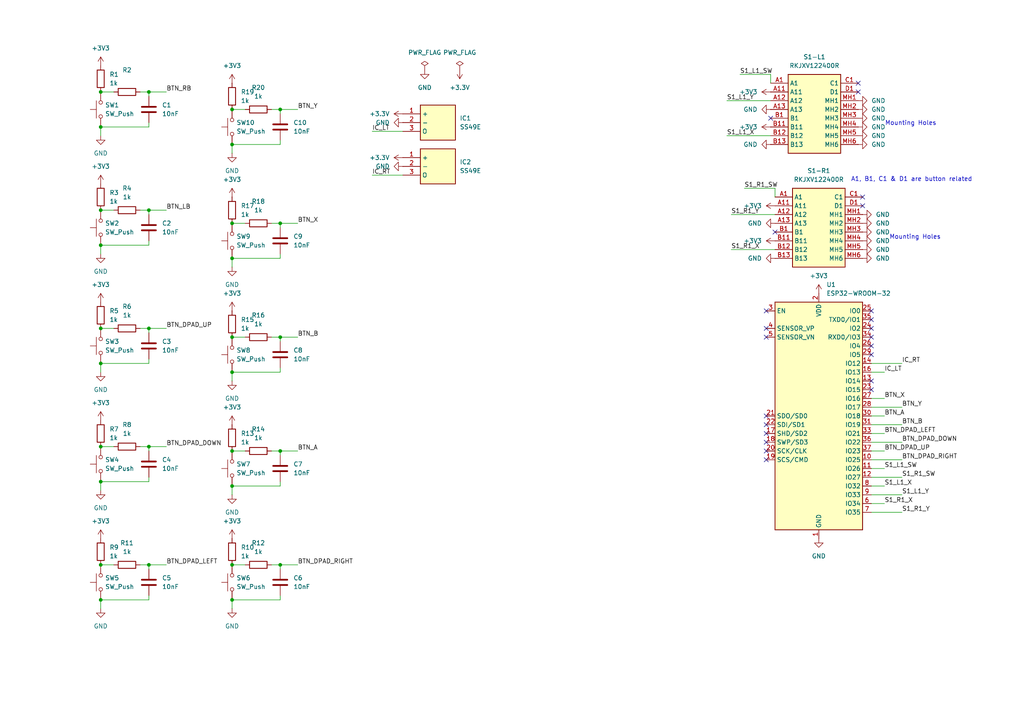
<source format=kicad_sch>
(kicad_sch (version 20231120) (generator "eeschema") (generator_version "8.0")
  (paper "A4")
  (title_block (title "ESP32 Controller Project") (rev "1") (company "Nathan Thus"))
  (lib_symbols
    (symbol "Device:C" (pin_numbers hide) (pin_names (offset 0.254))
      (property "Reference" "C" (at 0.635 2.54 0))
      (property "Value" "C" (at 0.635 -2.54 0))
      (symbol "C_0_1"
        (polyline (pts (xy -2.032 -0.762) (xy 2.032 -0.762)) (stroke (width 0.508)))
        (polyline (pts (xy -2.032 0.762) (xy 2.032 0.762)) (stroke (width 0.508)))
      )
      (symbol "C_1_1"
        (pin passive line (at 0 3.81 270) (length 2.794) (name "~") (number "1"))
        (pin passive line (at 0 -3.81 90) (length 2.794) (name "~") (number "2"))
      )
    )
    (symbol "Device:R" (pin_numbers hide) (pin_names (offset 0))
      (property "Reference" "R" (at 2.032 0 90))
      (property "Value" "R" (at 0 0 90))
      (symbol "R_0_1"
        (rectangle (start -1.016 -2.54) (end 1.016 2.54) (stroke (width 0.254)))
      )
      (symbol "R_1_1"
        (pin passive line (at 0 3.81 270) (length 1.27) (name "~") (number "1"))
        (pin passive line (at 0 -3.81 90) (length 1.27) (name "~") (number "2"))
      )
    )
    (symbol "RF_Module:ESP32-WROOM-32"
      (property "Reference" "U" (at -12.7 34.29 0))
      (property "Value" "ESP32-WROOM-32" (at 1.27 34.29 0))
      (symbol "ESP32-WROOM-32_0_1"
        (rectangle (start -12.7 33.02) (end 12.7 -33.02) (stroke (width 0.254)) (fill (type background)))
      )
      (symbol "ESP32-WROOM-32_1_1"
        (pin power_in line (at 0 -35.56 90) (length 2.54) (name "GND") (number "1"))
        (pin bidirectional line (at 15.24 -12.7 180) (length 2.54) (name "IO25") (number "10"))
        (pin bidirectional line (at 15.24 -15.24 180) (length 2.54) (name "IO26") (number "11"))
        (pin bidirectional line (at 15.24 -17.78 180) (length 2.54) (name "IO27") (number "12"))
        (pin bidirectional line (at 15.24 10.16 180) (length 2.54) (name "IO14") (number "13"))
        (pin bidirectional line (at 15.24 15.24 180) (length 2.54) (name "IO12") (number "14"))
        (pin passive line (at 0 -35.56 90) (length 2.54) hide (name "GND") (number "15"))
        (pin bidirectional line (at 15.24 12.7 180) (length 2.54) (name "IO13") (number "16"))
        (pin bidirectional line (at -15.24 -5.08 0) (length 2.54) (name "SHD/SD2") (number "17"))
        (pin bidirectional line (at -15.24 -7.62 0) (length 2.54) (name "SWP/SD3") (number "18"))
        (pin bidirectional line (at -15.24 -12.7 0) (length 2.54) (name "SCS/CMD") (number "19"))
        (pin power_in line (at 0 35.56 270) (length 2.54) (name "VDD") (number "2"))
        (pin bidirectional line (at -15.24 -10.16 0) (length 2.54) (name "SCK/CLK") (number "20"))
        (pin bidirectional line (at -15.24 0 0) (length 2.54) (name "SDO/SD0") (number "21"))
        (pin bidirectional line (at -15.24 -2.54 0) (length 2.54) (name "SDI/SD1") (number "22"))
        (pin bidirectional line (at 15.24 7.62 180) (length 2.54) (name "IO15") (number "23"))
        (pin bidirectional line (at 15.24 25.4 180) (length 2.54) (name "IO2") (number "24"))
        (pin bidirectional line (at 15.24 30.48 180) (length 2.54) (name "IO0") (number "25"))
        (pin bidirectional line (at 15.24 20.32 180) (length 2.54) (name "IO4") (number "26"))
        (pin bidirectional line (at 15.24 5.08 180) (length 2.54) (name "IO16") (number "27"))
        (pin bidirectional line (at 15.24 2.54 180) (length 2.54) (name "IO17") (number "28"))
        (pin bidirectional line (at 15.24 17.78 180) (length 2.54) (name "IO5") (number "29"))
        (pin input line (at -15.24 30.48 0) (length 2.54) (name "EN") (number "3"))
        (pin bidirectional line (at 15.24 0 180) (length 2.54) (name "IO18") (number "30"))
        (pin bidirectional line (at 15.24 -2.54 180) (length 2.54) (name "IO19") (number "31"))
        (pin no_connect line (at -12.7 -27.94 0) (length 2.54) hide (name "NC") (number "32"))
        (pin bidirectional line (at 15.24 -5.08 180) (length 2.54) (name "IO21") (number "33"))
        (pin bidirectional line (at 15.24 22.86 180) (length 2.54) (name "RXD0/IO3") (number "34"))
        (pin bidirectional line (at 15.24 27.94 180) (length 2.54) (name "TXD0/IO1") (number "35"))
        (pin bidirectional line (at 15.24 -7.62 180) (length 2.54) (name "IO22") (number "36"))
        (pin bidirectional line (at 15.24 -10.16 180) (length 2.54) (name "IO23") (number "37"))
        (pin passive line (at 0 -35.56 90) (length 2.54) hide (name "GND") (number "38"))
        (pin passive line (at 0 -35.56 90) (length 2.54) hide (name "GND") (number "39"))
        (pin input line (at -15.24 25.4 0) (length 2.54) (name "SENSOR_VP") (number "4"))
        (pin input line (at -15.24 22.86 0) (length 2.54) (name "SENSOR_VN") (number "5"))
        (pin input line (at 15.24 -25.4 180) (length 2.54) (name "IO34") (number "6"))
        (pin input line (at 15.24 -27.94 180) (length 2.54) (name "IO35") (number "7"))
        (pin bidirectional line (at 15.24 -20.32 180) (length 2.54) (name "IO32") (number "8"))
        (pin bidirectional line (at 15.24 -22.86 180) (length 2.54) (name "IO33") (number "9"))
      )
    )
    (symbol "RKJXV122400R:RKJXV122400R"
      (property "Reference" "S" (at 21.59 7.62 0))
      (property "Value" "RKJXV122400R" (at 21.59 5.08 0))
      (symbol "RKJXV122400R_1_1"
        (rectangle (start 5.08 2.54) (end 20.32 -20.32) (stroke (width 0.254)) (fill (type background)))
        (pin passive line (at 0 0 0) (length 5.08) (name "A1") (number "A1"))
        (pin passive line (at 0 -2.54 0) (length 5.08) (name "A11") (number "A11"))
        (pin passive line (at 0 -5.08 0) (length 5.08) (name "A12") (number "A12"))
        (pin passive line (at 0 -7.62 0) (length 5.08) (name "A13") (number "A13"))
        (pin passive line (at 0 -10.16 0) (length 5.08) (name "B1") (number "B1"))
        (pin passive line (at 0 -12.7 0) (length 5.08) (name "B11") (number "B11"))
        (pin passive line (at 0 -15.24 0) (length 5.08) (name "B12") (number "B12"))
        (pin passive line (at 0 -17.78 0) (length 5.08) (name "B13") (number "B13"))
        (pin passive line (at 25.4 0 180) (length 5.08) (name "C1") (number "C1"))
        (pin passive line (at 25.4 -2.54 180) (length 5.08) (name "D1") (number "D1"))
        (pin passive line (at 25.4 -5.08 180) (length 5.08) (name "MH1") (number "MH1"))
        (pin passive line (at 25.4 -7.62 180) (length 5.08) (name "MH2") (number "MH2"))
        (pin passive line (at 25.4 -10.16 180) (length 5.08) (name "MH3") (number "MH3"))
        (pin passive line (at 25.4 -12.7 180) (length 5.08) (name "MH4") (number "MH4"))
        (pin passive line (at 25.4 -15.24 180) (length 5.08) (name "MH5") (number "MH5"))
        (pin passive line (at 25.4 -17.78 180) (length 5.08) (name "MH6") (number "MH6"))
      )
    )
    (symbol "SS49E:SS49E"
      (property "Reference" "IC" (at 16.51 7.62 0))
      (property "Value" "SS49E" (at 16.51 5.08 0))
      (symbol "SS49E_1_1"
        (rectangle (start 5.08 2.54) (end 15.24 -7.62) (stroke (width 0.254)) (fill (type background)))
        (pin passive line (at 0 0 0) (length 5.08) (name "+") (number "1"))
        (pin passive line (at 0 -2.54 0) (length 5.08) (name "-") (number "2"))
        (pin passive line (at 0 -5.08 0) (length 5.08) (name "O") (number "3"))
      )
    )
    (symbol "Switch:SW_Push" (pin_numbers hide) (pin_names (offset 1.016) hide)
      (property "Reference" "SW" (at 1.27 2.54 0))
      (property "Value" "SW_Push" (at 0 -1.524 0))
      (symbol "SW_Push_0_1"
        (circle (center -2.032 0) (radius 0.508))
        (polyline (pts (xy 0 1.27) (xy 0 3.048)))
        (polyline (pts (xy 2.54 1.27) (xy -2.54 1.27)))
        (circle (center 2.032 0) (radius 0.508))
        (pin passive line (at -5.08 0 0) (length 2.54) (name "1") (number "1"))
        (pin passive line (at 5.08 0 180) (length 2.54) (name "2") (number "2"))
      )
    )
    (symbol "power:+3.3V" (power) (pin_numbers hide) (pin_names (offset 0) hide)
      (property "Value" "+3.3V" (at 0 3.556 0))
      (symbol "+3.3V_0_1"
        (polyline (pts (xy -0.762 1.27) (xy 0 2.54)))
        (polyline (pts (xy 0 0) (xy 0 2.54)))
        (polyline (pts (xy 0 2.54) (xy 0.762 1.27)))
      )
      (symbol "+3.3V_1_1"
        (pin power_in line (at 0 0 90) (length 0) (name "~") (number "1"))
      )
    )
    (symbol "power:+3V3" (power) (pin_numbers hide) (pin_names (offset 0) hide)
      (property "Value" "+3V3" (at 0 3.556 0))
      (symbol "+3V3_0_1"
        (polyline (pts (xy -0.762 1.27) (xy 0 2.54)))
        (polyline (pts (xy 0 0) (xy 0 2.54)))
        (polyline (pts (xy 0 2.54) (xy 0.762 1.27)))
      )
      (symbol "+3V3_1_1"
        (pin power_in line (at 0 0 90) (length 0) (name "~") (number "1"))
      )
    )
    (symbol "power:GND" (power) (pin_numbers hide) (pin_names (offset 0) hide)
      (property "Value" "GND" (at 0 -3.81 0))
      (symbol "GND_0_1"
        (polyline (pts (xy 0 0) (xy 0 -1.27) (xy 1.27 -1.27) (xy 0 -2.54) (xy -1.27 -1.27) (xy 0 -1.27)))
      )
      (symbol "GND_1_1"
        (pin power_in line (at 0 0 270) (length 0) (name "~") (number "1"))
      )
    )
    (symbol "power:PWR_FLAG" (power) (pin_numbers hide) (pin_names (offset 0) hide)
      (property "Value" "PWR_FLAG" (at 0 3.81 0))
      (symbol "PWR_FLAG_0_0"
        (pin power_out line (at 0 0 90) (length 0) (name "~") (number "1"))
      )
      (symbol "PWR_FLAG_0_1"
        (polyline (pts (xy 0 0) (xy 0 1.27) (xy -1.016 1.905) (xy 0 2.54) (xy 1.016 1.905) (xy 0 1.27)))
      )
    )
  )
  (junction (at 67.31 163.83))
  (junction (at 29.21 71.12))
  (junction (at 29.21 163.83))
  (junction (at 81.28 31.75))
  (junction (at 29.21 105.41))
  (junction (at 43.18 163.83))
  (junction (at 81.28 97.79))
  (junction (at 43.18 60.96))
  (junction (at 29.21 36.83))
  (junction (at 67.31 107.95))
  (junction (at 29.21 139.7))
  (junction (at 67.31 64.77))
  (junction (at 43.18 26.67))
  (junction (at 67.31 130.81))
  (junction (at 81.28 64.77))
  (junction (at 67.31 74.93))
  (junction (at 67.31 173.99))
  (junction (at 29.21 129.54))
  (junction (at 81.28 130.81))
  (junction (at 67.31 41.91))
  (junction (at 67.31 140.97))
  (junction (at 29.21 173.99))
  (junction (at 29.21 60.96))
  (junction (at 29.21 26.67))
  (junction (at 43.18 129.54))
  (junction (at 81.28 163.83))
  (junction (at 67.31 31.75))
  (junction (at 67.31 97.79))
  (junction (at 43.18 95.25))
  (junction (at 29.21 95.25))
  (no_connect (at 252.73 100.33))
  (no_connect (at 250.19 57.15))
  (no_connect (at 248.92 26.67))
  (no_connect (at 222.25 90.17))
  (no_connect (at 222.25 95.25))
  (no_connect (at 222.25 125.73))
  (no_connect (at 222.25 120.65))
  (no_connect (at 222.25 97.79))
  (no_connect (at 222.25 128.27))
  (no_connect (at 252.73 113.03))
  (no_connect (at 222.25 123.19))
  (no_connect (at 252.73 95.25))
  (no_connect (at 252.73 97.79))
  (no_connect (at 252.73 90.17))
  (no_connect (at 222.25 133.35))
  (no_connect (at 248.92 24.13))
  (no_connect (at 252.73 102.87))
  (no_connect (at 250.19 59.69))
  (no_connect (at 222.25 130.81))
  (no_connect (at 224.79 67.31))
  (no_connect (at 252.73 110.49))
  (no_connect (at 252.73 92.71))
  (no_connect (at 223.52 34.29))
  (wire (pts (xy 43.18 163.83) (xy 43.18 165.1)))
  (wire (pts (xy 29.21 139.7) (xy 29.21 142.24)))
  (wire (pts (xy 252.73 128.27) (xy 261.62 128.27)))
  (wire (pts (xy 67.31 107.95) (xy 67.31 110.49)))
  (wire (pts (xy 43.18 60.96) (xy 48.26 60.96)))
  (wire (pts (xy 29.21 36.83) (xy 29.21 39.37)))
  (wire (pts (xy 252.73 123.19) (xy 261.62 123.19)))
  (wire (pts (xy 29.21 71.12) (xy 29.21 73.66)))
  (wire (pts (xy 252.73 133.35) (xy 261.62 133.35)))
  (wire (pts (xy 29.21 71.12) (xy 43.18 71.12)))
  (wire (pts (xy 252.73 148.59) (xy 261.62 148.59)))
  (wire (pts (xy 67.31 163.83) (xy 71.12 163.83)))
  (wire (pts (xy 81.28 97.79) (xy 86.36 97.79)))
  (wire (pts (xy 252.73 138.43) (xy 261.62 138.43)))
  (wire (pts (xy 81.28 64.77) (xy 81.28 66.04)))
  (wire (pts (xy 81.28 97.79) (xy 81.28 99.06)))
  (wire (pts (xy 78.74 130.81) (xy 81.28 130.81)))
  (wire (pts (xy 29.21 105.41) (xy 29.21 107.95)))
  (wire (pts (xy 81.28 40.64) (xy 81.28 41.91)))
  (wire (pts (xy 67.31 140.97) (xy 67.31 143.51)))
  (wire (pts (xy 210.82 29.21) (xy 223.52 29.21)))
  (wire (pts (xy 78.74 163.83) (xy 81.28 163.83)))
  (wire (pts (xy 252.73 140.97) (xy 256.54 140.97)))
  (wire (pts (xy 252.73 143.51) (xy 261.62 143.51)))
  (wire (pts (xy 81.28 64.77) (xy 86.36 64.77)))
  (wire (pts (xy 210.82 39.37) (xy 223.52 39.37)))
  (wire (pts (xy 67.31 41.91) (xy 81.28 41.91)))
  (wire (pts (xy 43.18 95.25) (xy 43.18 96.52)))
  (wire (pts (xy 224.79 57.15) (xy 224.79 54.61)))
  (wire (pts (xy 43.18 163.83) (xy 48.26 163.83)))
  (wire (pts (xy 40.64 129.54) (xy 43.18 129.54)))
  (wire (pts (xy 40.64 95.25) (xy 43.18 95.25)))
  (wire (pts (xy 67.31 97.79) (xy 71.12 97.79)))
  (wire (pts (xy 252.73 115.57) (xy 256.54 115.57)))
  (wire (pts (xy 67.31 140.97) (xy 81.28 140.97)))
  (wire (pts (xy 212.09 62.23) (xy 224.79 62.23)))
  (wire (pts (xy 67.31 64.77) (xy 71.12 64.77)))
  (wire (pts (xy 81.28 139.7) (xy 81.28 140.97)))
  (wire (pts (xy 67.31 31.75) (xy 71.12 31.75)))
  (wire (pts (xy 43.18 35.56) (xy 43.18 36.83)))
  (wire (pts (xy 81.28 130.81) (xy 81.28 132.08)))
  (wire (pts (xy 29.21 60.96) (xy 33.02 60.96)))
  (wire (pts (xy 78.74 64.77) (xy 81.28 64.77)))
  (wire (pts (xy 40.64 60.96) (xy 43.18 60.96)))
  (wire (pts (xy 43.18 95.25) (xy 48.26 95.25)))
  (wire (pts (xy 43.18 172.72) (xy 43.18 173.99)))
  (wire (pts (xy 29.21 36.83) (xy 43.18 36.83)))
  (wire (pts (xy 81.28 172.72) (xy 81.28 173.99)))
  (wire (pts (xy 223.52 24.13) (xy 223.52 21.59)))
  (wire (pts (xy 67.31 173.99) (xy 81.28 173.99)))
  (wire (pts (xy 252.73 118.11) (xy 261.62 118.11)))
  (wire (pts (xy 43.18 60.96) (xy 43.18 62.23)))
  (wire (pts (xy 252.73 120.65) (xy 256.54 120.65)))
  (wire (pts (xy 81.28 31.75) (xy 81.28 33.02)))
  (wire (pts (xy 78.74 97.79) (xy 81.28 97.79)))
  (wire (pts (xy 107.95 50.8) (xy 116.84 50.8)))
  (wire (pts (xy 107.95 38.1) (xy 116.84 38.1)))
  (wire (pts (xy 81.28 130.81) (xy 86.36 130.81)))
  (wire (pts (xy 40.64 26.67) (xy 43.18 26.67)))
  (wire (pts (xy 67.31 74.93) (xy 67.31 77.47)))
  (wire (pts (xy 43.18 138.43) (xy 43.18 139.7)))
  (wire (pts (xy 78.74 31.75) (xy 81.28 31.75)))
  (wire (pts (xy 43.18 104.14) (xy 43.18 105.41)))
  (wire (pts (xy 212.09 72.39) (xy 224.79 72.39)))
  (wire (pts (xy 81.28 31.75) (xy 86.36 31.75)))
  (wire (pts (xy 67.31 130.81) (xy 71.12 130.81)))
  (wire (pts (xy 67.31 107.95) (xy 81.28 107.95)))
  (wire (pts (xy 43.18 69.85) (xy 43.18 71.12)))
  (wire (pts (xy 81.28 73.66) (xy 81.28 74.93)))
  (wire (pts (xy 215.9 54.61) (xy 224.79 54.61)))
  (wire (pts (xy 214.63 21.59) (xy 223.52 21.59)))
  (wire (pts (xy 252.73 135.89) (xy 256.54 135.89)))
  (wire (pts (xy 43.18 26.67) (xy 48.26 26.67)))
  (wire (pts (xy 67.31 74.93) (xy 81.28 74.93)))
  (wire (pts (xy 81.28 106.68) (xy 81.28 107.95)))
  (wire (pts (xy 252.73 130.81) (xy 256.54 130.81)))
  (wire (pts (xy 29.21 173.99) (xy 29.21 176.53)))
  (wire (pts (xy 43.18 129.54) (xy 43.18 130.81)))
  (wire (pts (xy 29.21 139.7) (xy 43.18 139.7)))
  (wire (pts (xy 252.73 146.05) (xy 256.54 146.05)))
  (wire (pts (xy 29.21 95.25) (xy 33.02 95.25)))
  (wire (pts (xy 252.73 107.95) (xy 256.54 107.95)))
  (wire (pts (xy 29.21 105.41) (xy 43.18 105.41)))
  (wire (pts (xy 67.31 41.91) (xy 67.31 44.45)))
  (wire (pts (xy 67.31 173.99) (xy 67.31 176.53)))
  (wire (pts (xy 29.21 163.83) (xy 33.02 163.83)))
  (wire (pts (xy 29.21 129.54) (xy 33.02 129.54)))
  (wire (pts (xy 81.28 163.83) (xy 86.36 163.83)))
  (wire (pts (xy 29.21 26.67) (xy 33.02 26.67)))
  (wire (pts (xy 81.28 163.83) (xy 81.28 165.1)))
  (wire (pts (xy 252.73 125.73) (xy 256.54 125.73)))
  (wire (pts (xy 43.18 26.67) (xy 43.18 27.94)))
  (wire (pts (xy 43.18 129.54) (xy 48.26 129.54)))
  (wire (pts (xy 252.73 105.41) (xy 261.62 105.41)))
  (wire (pts (xy 40.64 163.83) (xy 43.18 163.83)))
  (wire (pts (xy 29.21 173.99) (xy 43.18 173.99)))
  (text "Mounting Holes" (at 264.16 35.814 0) (effects (font (size 1.27 1.27))))
  (text "Mounting Holes" (at 265.43 68.834 0) (effects (font (size 1.27 1.27))))
  (text "A1, B1, C1 & D1 are button related" (at 264.414 52.07 0) (effects (font (size 1.27 1.27))))
  (label "S1_L1_Y" (at 210.82 29.21 0))
  (label "BTN_DPAD_DOWN" (at 48.26 129.54 0))
  (label "IC_LT" (at 256.54 107.95 0))
  (label "BTN_A" (at 86.36 130.81 0))
  (label "BTN_X" (at 86.36 64.77 0))
  (label "S1_R1_X" (at 256.54 146.05 0))
  (label "BTN_B" (at 261.62 123.19 0))
  (label "S1_R1_SW" (at 261.62 138.43 0))
  (label "BTN_DPAD_RIGHT" (at 86.36 163.83 0))
  (label "BTN_LB" (at 48.26 60.96 0))
  (label "S1_R1_X" (at 212.09 72.39 0))
  (label "BTN_DPAD_LEFT" (at 48.26 163.83 0))
  (label "S1_R1_SW" (at 215.9 54.61 0))
  (label "S1_L1_Y" (at 261.62 143.51 0))
  (label "S1_R1_Y" (at 212.09 62.23 0))
  (label "BTN_DPAD_UP" (at 48.26 95.25 0))
  (label "S1_L1_SW" (at 256.54 135.89 0))
  (label "IC_RT" (at 107.95 50.8 0))
  (label "BTN_Y" (at 86.36 31.75 0))
  (label "S1_L1_X" (at 256.54 140.97 0))
  (label "S1_L1_X" (at 210.82 39.37 0))
  (label "BTN_X" (at 256.54 115.57 0))
  (label "BTN_DPAD_UP" (at 256.54 130.81 0))
  (label "BTN_RB" (at 48.26 26.67 0))
  (label "BTN_B" (at 86.36 97.79 0))
  (label "BTN_DPAD_DOWN" (at 261.62 128.27 0))
  (label "BTN_A" (at 256.54 120.65 0))
  (label "BTN_DPAD_RIGHT" (at 261.62 133.35 0))
  (label "S1_R1_Y" (at 261.62 148.59 0))
  (label "S1_L1_SW" (at 214.63 21.59 0))
  (label "BTN_Y" (at 261.62 118.11 0))
  (label "IC_RT" (at 261.62 105.41 0))
  (label "BTN_DPAD_LEFT" (at 256.54 125.73 0))
  (label "IC_LT" (at 107.95 38.1 0))
  (symbol (lib_id "power:GND") (at 248.92 34.29 90) (unit 1)
    (property "Reference" "#PWR08" (effects (hide yes)))
    (property "Value" "GND" (at 252.73 34.2899 90) (effects (justify right)))
    (property "Description" "Power symbol creates a global label with name \"GND\" , ground" (effects (hide yes)))
  )
  (symbol (lib_id "power:+3V3") (at 67.31 123.19 0) (unit 1)
    (property "Reference" "#PWR036" (effects (hide yes)))
    (property "Value" "+3V3" (at 67.31 118.11 0))
    (property "Description" "Power symbol creates a global label with name \"+3V3\"" (effects (hide yes)))
  )
  (symbol (lib_id "Device:C") (at 81.28 69.85 0) (unit 1)
    (property "Reference" "C9" (at 85.09 68.5799 0) (effects (justify left)))
    (property "Value" "10nF" (at 85.09 71.1199 0) (effects (justify left)))
    (property "Description" "Unpolarized capacitor" (effects (hide yes)))
  )
  (symbol (lib_id "power:+3V3") (at 67.31 57.15 0) (unit 1)
    (property "Reference" "#PWR040" (effects (hide yes)))
    (property "Value" "+3V3" (at 67.31 52.07 0))
    (property "Description" "Power symbol creates a global label with name \"+3V3\"" (effects (hide yes)))
  )
  (symbol (lib_id "power:+3V3") (at 29.21 156.21 0) (unit 1)
    (property "Reference" "#PWR031" (effects (hide yes)))
    (property "Value" "+3V3" (at 29.21 151.13 0))
    (property "Description" "Power symbol creates a global label with name \"+3V3\"" (effects (hide yes)))
  )
  (symbol (lib_id "power:GND") (at 224.79 64.77 270) (unit 1)
    (property "Reference" "#PWR022" (effects (hide yes)))
    (property "Value" "GND" (at 220.98 64.7699 90) (effects (justify right)))
    (property "Description" "Power symbol creates a global label with name \"GND\" , ground" (effects (hide yes)))
  )
  (symbol (lib_id "power:GND") (at 223.52 41.91 270) (unit 1)
    (property "Reference" "#PWR026" (effects (hide yes)))
    (property "Value" "GND" (at 219.71 41.9099 90) (effects (justify right)))
    (property "Description" "Power symbol creates a global label with name \"GND\" , ground" (effects (hide yes)))
  )
  (symbol (lib_id "power:GND") (at 29.21 142.24 0) (unit 1)
    (property "Reference" "#PWR030" (effects (hide yes)))
    (property "Value" "GND" (at 29.21 147.32 0))
    (property "Description" "Power symbol creates a global label with name \"GND\" , ground" (effects (hide yes)))
  )
  (symbol (lib_id "Device:R") (at 29.21 160.02 0) (unit 1)
    (property "Reference" "R9" (at 31.75 158.7499 0) (effects (justify left)))
    (property "Value" "1k" (at 31.75 161.2899 0) (effects (justify left)))
    (property "Description" "Resistor" (effects (hide yes)))
  )
  (symbol (lib_id "Device:R") (at 74.93 64.77 90) (unit 1)
    (property "Reference" "R18" (at 74.93 58.42 90))
    (property "Value" "1k" (at 74.93 60.96 90))
    (property "Description" "Resistor" (effects (hide yes)))
  )
  (symbol (lib_id "power:GND") (at 237.49 156.21 0) (unit 1)
    (property "Reference" "#PWR035" (effects (hide yes)))
    (property "Value" "GND" (at 237.49 161.29 0))
    (property "Description" "Power symbol creates a global label with name \"GND\" , ground" (effects (hide yes)))
  )
  (symbol (lib_id "power:GND") (at 116.84 35.56 270) (unit 1)
    (property "Reference" "#PWR045" (effects (hide yes)))
    (property "Value" "GND" (at 113.03 35.5599 90) (effects (justify right)))
    (property "Description" "Power symbol creates a global label with name \"GND\" , ground" (effects (hide yes)))
  )
  (symbol (lib_id "Device:R") (at 67.31 27.94 0) (unit 1)
    (property "Reference" "R19" (at 69.85 26.6699 0) (effects (justify left)))
    (property "Value" "1k" (at 69.85 29.2099 0) (effects (justify left)))
    (property "Description" "Resistor" (effects (hide yes)))
  )
  (symbol (lib_id "power:+3.3V") (at 116.84 33.02 90) (unit 1)
    (property "Reference" "#PWR047" (effects (hide yes)))
    (property "Value" "+3.3V" (at 113.03 33.0199 90) (effects (justify left)))
    (property "Description" "Power symbol creates a global label with name \"+3.3V\"" (effects (hide yes)))
  )
  (symbol (lib_id "Device:R") (at 29.21 91.44 0) (unit 1)
    (property "Reference" "R5" (at 31.75 90.1699 0) (effects (justify left)))
    (property "Value" "1k" (at 31.75 92.7099 0) (effects (justify left)))
    (property "Description" "Resistor" (effects (hide yes)))
  )
  (symbol (lib_id "power:+3.3V") (at 133.35 20.32 180) (unit 1)
    (property "Reference" "#PWR05" (effects (hide yes)))
    (property "Value" "+3.3V" (at 133.35 25.4 0))
    (property "Description" "Power symbol creates a global label with name \"+3.3V\"" (effects (hide yes)))
  )
  (symbol (lib_id "Switch:SW_Push") (at 29.21 31.75 90) (unit 1)
    (property "Reference" "SW1" (at 30.48 30.4799 90) (effects (justify right)))
    (property "Value" "SW_Push" (at 30.48 33.0199 90) (effects (justify right)))
    (property "Description" "Push button switch, generic, two pins" (effects (hide yes)))
  )
  (symbol (lib_id "RKJXV122400R:RKJXV122400R") (at 223.52 24.13 0) (unit 1)
    (property "Reference" "S1-L1" (at 236.22 16.51 0))
    (property "Value" "RKJXV122400R" (at 236.22 19.05 0))
    (property "Footprint" "RKJXV122400R:RKJXV122400R" (effects (hide yes)))
    (property "Datasheet" "https://tech.alpsalpine.com/prod/e/html/multicontrol/potentiometer/rkjxk/rkjxv122400r.html" (effects (hide yes)))
    (property "Description" "Multi Control Devices Potentiometer Type ThumbPointer (Stick Controller) RKJXV Series" (effects (hide yes)))
    (property "Height" "18.95" (effects (hide yes)))
    (property "Mouser Part Number" "688-RKJXV122400R" (effects (hide yes)))
    (property "Mouser Price/Stock" "https://www.mouser.co.uk/ProductDetail/Alps-Alpine/RKJXV122400R?qs=GedFDFLaBXEbB%252ByoOVwLBg%3D%3D" (effects (hide yes)))
    (property "Manufacturer_Name" "ALPS Electric" (effects (hide yes)))
    (property "Manufacturer_Part_Number" "RKJXV122400R" (effects (hide yes)))
  )
  (symbol (lib_id "Device:R") (at 74.93 97.79 90) (unit 1)
    (property "Reference" "R16" (at 74.93 91.44 90))
    (property "Value" "1k" (at 74.93 93.98 90))
    (property "Description" "Resistor" (effects (hide yes)))
  )
  (symbol (lib_id "Device:R") (at 74.93 31.75 90) (unit 1)
    (property "Reference" "R20" (at 74.93 25.4 90))
    (property "Value" "1k" (at 74.93 27.94 90))
    (property "Description" "Resistor" (effects (hide yes)))
  )
  (symbol (lib_id "power:GND") (at 29.21 39.37 0) (unit 1)
    (property "Reference" "#PWR02" (effects (hide yes)))
    (property "Value" "GND" (at 29.21 44.45 0))
    (property "Description" "Power symbol creates a global label with name \"GND\" , ground" (effects (hide yes)))
  )
  (symbol (lib_id "power:GND") (at 250.19 62.23 90) (unit 1)
    (property "Reference" "#PWR012" (effects (hide yes)))
    (property "Value" "GND" (at 254 62.2299 90) (effects (justify right)))
    (property "Description" "Power symbol creates a global label with name \"GND\" , ground" (effects (hide yes)))
  )
  (symbol (lib_id "power:+3V3") (at 67.31 156.21 0) (unit 1)
    (property "Reference" "#PWR033" (effects (hide yes)))
    (property "Value" "+3V3" (at 67.31 151.13 0))
    (property "Description" "Power symbol creates a global label with name \"+3V3\"" (effects (hide yes)))
  )
  (symbol (lib_id "Switch:SW_Push") (at 67.31 135.89 90) (unit 1)
    (property "Reference" "SW7" (at 68.58 134.6199 90) (effects (justify right)))
    (property "Value" "SW_Push" (at 68.58 137.1599 90) (effects (justify right)))
    (property "Description" "Push button switch, generic, two pins" (effects (hide yes)))
  )
  (symbol (lib_id "power:GND") (at 250.19 64.77 90) (unit 1)
    (property "Reference" "#PWR013" (effects (hide yes)))
    (property "Value" "GND" (at 254 64.7699 90) (effects (justify right)))
    (property "Description" "Power symbol creates a global label with name \"GND\" , ground" (effects (hide yes)))
  )
  (symbol (lib_id "power:GND") (at 250.19 74.93 90) (unit 1)
    (property "Reference" "#PWR017" (effects (hide yes)))
    (property "Value" "GND" (at 254 74.9299 90) (effects (justify right)))
    (property "Description" "Power symbol creates a global label with name \"GND\" , ground" (effects (hide yes)))
  )
  (symbol (lib_id "power:GND") (at 248.92 36.83 90) (unit 1)
    (property "Reference" "#PWR09" (effects (hide yes)))
    (property "Value" "GND" (at 252.73 36.8299 90) (effects (justify right)))
    (property "Description" "Power symbol creates a global label with name \"GND\" , ground" (effects (hide yes)))
  )
  (symbol (lib_id "power:+3V3") (at 223.52 26.67 90) (unit 1)
    (property "Reference" "#PWR023" (effects (hide yes)))
    (property "Value" "+3V3" (at 219.71 26.6699 90) (effects (justify left)))
    (property "Description" "Power symbol creates a global label with name \"+3V3\"" (effects (hide yes)))
  )
  (symbol (lib_id "power:GND") (at 67.31 143.51 0) (unit 1)
    (property "Reference" "#PWR037" (effects (hide yes)))
    (property "Value" "GND" (at 67.31 148.59 0))
    (property "Description" "Power symbol creates a global label with name \"GND\" , ground" (effects (hide yes)))
  )
  (symbol (lib_id "power:GND") (at 67.31 77.47 0) (unit 1)
    (property "Reference" "#PWR041" (effects (hide yes)))
    (property "Value" "GND" (at 67.31 82.55 0))
    (property "Description" "Power symbol creates a global label with name \"GND\" , ground" (effects (hide yes)))
  )
  (symbol (lib_id "Switch:SW_Push") (at 67.31 168.91 90) (unit 1)
    (property "Reference" "SW6" (at 68.58 167.6399 90) (effects (justify right)))
    (property "Value" "SW_Push" (at 68.58 170.1799 90) (effects (justify right)))
    (property "Description" "Push button switch, generic, two pins" (effects (hide yes)))
  )
  (symbol (lib_id "power:GND") (at 248.92 41.91 90) (unit 1)
    (property "Reference" "#PWR011" (effects (hide yes)))
    (property "Value" "GND" (at 252.73 41.9099 90) (effects (justify right)))
    (property "Description" "Power symbol creates a global label with name \"GND\" , ground" (effects (hide yes)))
  )
  (symbol (lib_id "Device:C") (at 43.18 134.62 0) (unit 1)
    (property "Reference" "C4" (at 46.99 133.3499 0) (effects (justify left)))
    (property "Value" "10nF" (at 46.99 135.8899 0) (effects (justify left)))
    (property "Description" "Unpolarized capacitor" (effects (hide yes)))
  )
  (symbol (lib_id "Switch:SW_Push") (at 29.21 66.04 90) (unit 1)
    (property "Reference" "SW2" (at 30.48 64.7699 90) (effects (justify right)))
    (property "Value" "SW_Push" (at 30.48 67.3099 90) (effects (justify right)))
    (property "Description" "Push button switch, generic, two pins" (effects (hide yes)))
  )
  (symbol (lib_id "power:+3V3") (at 29.21 19.05 0) (unit 1)
    (property "Reference" "#PWR01" (effects (hide yes)))
    (property "Value" "+3V3" (at 29.21 13.97 0))
    (property "Description" "Power symbol creates a global label with name \"+3V3\"" (effects (hide yes)))
  )
  (symbol (lib_id "power:GND") (at 116.84 48.26 270) (unit 1)
    (property "Reference" "#PWR046" (effects (hide yes)))
    (property "Value" "GND" (at 113.03 48.2599 90) (effects (justify right)))
    (property "Description" "Power symbol creates a global label with name \"GND\" , ground" (effects (hide yes)))
  )
  (symbol (lib_id "Device:R") (at 36.83 163.83 90) (unit 1)
    (property "Reference" "R11" (at 36.83 157.48 90))
    (property "Value" "1k" (at 36.83 160.02 90))
    (property "Description" "Resistor" (effects (hide yes)))
  )
  (symbol (lib_id "Device:R") (at 67.31 160.02 0) (unit 1)
    (property "Reference" "R10" (at 69.85 158.7499 0) (effects (justify left)))
    (property "Value" "1k" (at 69.85 161.2899 0) (effects (justify left)))
    (property "Description" "Resistor" (effects (hide yes)))
  )
  (symbol (lib_id "power:+3V3") (at 237.49 85.09 0) (unit 1)
    (property "Reference" "#PWR044" (effects (hide yes)))
    (property "Value" "+3V3" (at 237.49 80.01 0))
    (property "Description" "Power symbol creates a global label with name \"+3V3\"" (effects (hide yes)))
  )
  (symbol (lib_id "power:PWR_FLAG") (at 123.19 20.32 0) (unit 1)
    (property "Reference" "#FLG01" (effects (hide yes)))
    (property "Value" "PWR_FLAG" (at 123.19 15.24 0))
    (property "Description" "Special symbol for telling ERC where power comes from" (effects (hide yes)))
  )
  (symbol (lib_id "SS49E:SS49E") (at 116.84 33.02 0) (unit 1)
    (property "Reference" "IC1" (at 133.35 34.2899 0) (effects (justify left)))
    (property "Value" "SS49E" (at 133.35 36.8299 0) (effects (justify left)))
    (property "Footprint" "TO130P160X410X300-3P" (effects (hide yes)))
    (property "Datasheet" "https://datasheet.datasheetarchive.com/originals/distributors/SFDatasheet-1/sf-00023632.pdf" (effects (hide yes)))
    (property "Description" "Honeywell Ratiometric Hall Effect Sensor switching current 1.5 mA supply voltage 2.7  6.5 V dc" (effects (hide yes)))
    (property "Height" "1.6" (effects (hide yes)))
    (property "Mouser Part Number" "785-SS49E" (effects (hide yes)))
    (property "Mouser Price/Stock" "https://www.mouser.co.uk/ProductDetail/Honeywell/SS49E?qs=%2Ffq2y7sSKcJBD3o5K2Vcgg%3D%3D" (effects (hide yes)))
    (property "Manufacturer_Name" "Honeywell" (effects (hide yes)))
    (property "Manufacturer_Part_Number" "SS49E" (effects (hide yes)))
  )
  (symbol (lib_id "Switch:SW_Push") (at 29.21 100.33 90) (unit 1)
    (property "Reference" "SW3" (at 30.48 99.0599 90) (effects (justify right)))
    (property "Value" "SW_Push" (at 30.48 101.5999 90) (effects (justify right)))
    (property "Description" "Push button switch, generic, two pins" (effects (hide yes)))
  )
  (symbol (lib_id "power:+3V3") (at 29.21 121.92 0) (unit 1)
    (property "Reference" "#PWR029" (effects (hide yes)))
    (property "Value" "+3V3" (at 29.21 116.84 0))
    (property "Description" "Power symbol creates a global label with name \"+3V3\"" (effects (hide yes)))
  )
  (symbol (lib_id "power:+3V3") (at 29.21 53.34 0) (unit 1)
    (property "Reference" "#PWR03" (effects (hide yes)))
    (property "Value" "+3V3" (at 29.21 48.26 0))
    (property "Description" "Power symbol creates a global label with name \"+3V3\"" (effects (hide yes)))
  )
  (symbol (lib_id "power:GND") (at 67.31 44.45 0) (unit 1)
    (property "Reference" "#PWR043" (effects (hide yes)))
    (property "Value" "GND" (at 67.31 49.53 0))
    (property "Description" "Power symbol creates a global label with name \"GND\" , ground" (effects (hide yes)))
  )
  (symbol (lib_id "Device:R") (at 67.31 93.98 0) (unit 1)
    (property "Reference" "R15" (at 69.85 92.7099 0) (effects (justify left)))
    (property "Value" "1k" (at 69.85 95.2499 0) (effects (justify left)))
    (property "Description" "Resistor" (effects (hide yes)))
  )
  (symbol (lib_id "power:GND") (at 224.79 74.93 270) (unit 1)
    (property "Reference" "#PWR021" (effects (hide yes)))
    (property "Value" "GND" (at 220.98 74.9299 90) (effects (justify right)))
    (property "Description" "Power symbol creates a global label with name \"GND\" , ground" (effects (hide yes)))
  )
  (symbol (lib_id "Device:R") (at 36.83 26.67 90) (unit 1)
    (property "Reference" "R2" (at 36.83 20.32 90))
    (property "Value" "1k" (effects (hide yes)))
    (property "Description" "Resistor" (effects (hide yes)))
  )
  (symbol (lib_id "power:GND") (at 250.19 72.39 90) (unit 1)
    (property "Reference" "#PWR016" (effects (hide yes)))
    (property "Value" "GND" (at 254 72.3899 90) (effects (justify right)))
    (property "Description" "Power symbol creates a global label with name \"GND\" , ground" (effects (hide yes)))
  )
  (symbol (lib_id "Device:R") (at 36.83 60.96 90) (unit 1)
    (property "Reference" "R4" (at 36.83 54.61 90))
    (property "Value" "1k" (at 36.83 57.15 90))
    (property "Description" "Resistor" (effects (hide yes)))
  )
  (symbol (lib_id "Device:R") (at 36.83 95.25 90) (unit 1)
    (property "Reference" "R6" (at 36.83 88.9 90))
    (property "Value" "1k" (at 36.83 91.44 90))
    (property "Description" "Resistor" (effects (hide yes)))
  )
  (symbol (lib_id "power:GND") (at 67.31 176.53 0) (unit 1)
    (property "Reference" "#PWR034" (effects (hide yes)))
    (property "Value" "GND" (at 67.31 181.61 0))
    (property "Description" "Power symbol creates a global label with name \"GND\" , ground" (effects (hide yes)))
  )
  (symbol (lib_id "Switch:SW_Push") (at 67.31 102.87 90) (unit 1)
    (property "Reference" "SW8" (at 68.58 101.5999 90) (effects (justify right)))
    (property "Value" "SW_Push" (at 68.58 104.1399 90) (effects (justify right)))
    (property "Description" "Push button switch, generic, two pins" (effects (hide yes)))
  )
  (symbol (lib_id "Device:R") (at 29.21 22.86 0) (unit 1)
    (property "Reference" "R1" (at 31.75 21.5899 0) (effects (justify left)))
    (property "Value" "1k" (at 31.75 24.1299 0) (effects (justify left)))
    (property "Description" "Resistor" (effects (hide yes)))
  )
  (symbol (lib_id "SS49E:SS49E") (at 116.84 45.72 0) (unit 1)
    (property "Reference" "IC2" (at 133.35 46.9899 0) (effects (justify left)))
    (property "Value" "SS49E" (at 133.35 49.5299 0) (effects (justify left)))
    (property "Footprint" "TO130P160X410X300-3P" (effects (hide yes)))
    (property "Datasheet" "https://datasheet.datasheetarchive.com/originals/distributors/SFDatasheet-1/sf-00023632.pdf" (effects (hide yes)))
    (property "Description" "Honeywell Ratiometric Hall Effect Sensor switching current 1.5 mA supply voltage 2.7  6.5 V dc" (effects (hide yes)))
    (property "Height" "1.6" (effects (hide yes)))
    (property "Mouser Part Number" "785-SS49E" (effects (hide yes)))
    (property "Mouser Price/Stock" "https://www.mouser.co.uk/ProductDetail/Honeywell/SS49E?qs=%2Ffq2y7sSKcJBD3o5K2Vcgg%3D%3D" (effects (hide yes)))
    (property "Manufacturer_Name" "Honeywell" (effects (hide yes)))
    (property "Manufacturer_Part_Number" "SS49E" (effects (hide yes)))
  )
  (symbol (lib_id "Device:C") (at 81.28 135.89 0) (unit 1)
    (property "Reference" "C7" (at 85.09 134.6199 0) (effects (justify left)))
    (property "Value" "10nF" (at 85.09 137.1599 0) (effects (justify left)))
    (property "Description" "Unpolarized capacitor" (effects (hide yes)))
  )
  (symbol (lib_id "power:GND") (at 248.92 29.21 90) (unit 1)
    (property "Reference" "#PWR06" (effects (hide yes)))
    (property "Value" "GND" (at 252.73 29.2099 90) (effects (justify right)))
    (property "Description" "Power symbol creates a global label with name \"GND\" , ground" (effects (hide yes)))
  )
  (symbol (lib_id "Device:C") (at 81.28 168.91 0) (unit 1)
    (property "Reference" "C6" (at 85.09 167.6399 0) (effects (justify left)))
    (property "Value" "10nF" (at 85.09 170.1799 0) (effects (justify left)))
    (property "Description" "Unpolarized capacitor" (effects (hide yes)))
  )
  (symbol (lib_id "power:+3V3") (at 67.31 24.13 0) (unit 1)
    (property "Reference" "#PWR042" (effects (hide yes)))
    (property "Value" "+3V3" (at 67.31 19.05 0))
    (property "Description" "Power symbol creates a global label with name \"+3V3\"" (effects (hide yes)))
  )
  (symbol (lib_id "Device:R") (at 36.83 129.54 90) (unit 1)
    (property "Reference" "R8" (at 36.83 123.19 90))
    (property "Value" "1k" (at 36.83 125.73 90))
    (property "Description" "Resistor" (effects (hide yes)))
  )
  (symbol (lib_id "Device:R") (at 67.31 60.96 0) (unit 1)
    (property "Reference" "R17" (at 69.85 59.6899 0) (effects (justify left)))
    (property "Value" "1k" (at 69.85 62.2299 0) (effects (justify left)))
    (property "Description" "Resistor" (effects (hide yes)))
  )
  (symbol (lib_id "Device:C") (at 81.28 36.83 0) (unit 1)
    (property "Reference" "C10" (at 85.09 35.5599 0) (effects (justify left)))
    (property "Value" "10nF" (at 85.09 38.0999 0) (effects (justify left)))
    (property "Description" "Unpolarized capacitor" (effects (hide yes)))
  )
  (symbol (lib_id "power:GND") (at 248.92 39.37 90) (unit 1)
    (property "Reference" "#PWR010" (effects (hide yes)))
    (property "Value" "GND" (at 252.73 39.3699 90) (effects (justify right)))
    (property "Description" "Power symbol creates a global label with name \"GND\" , ground" (effects (hide yes)))
  )
  (symbol (lib_id "Device:C") (at 43.18 168.91 0) (unit 1)
    (property "Reference" "C5" (at 46.99 167.6399 0) (effects (justify left)))
    (property "Value" "10nF" (at 46.99 170.1799 0) (effects (justify left)))
    (property "Description" "Unpolarized capacitor" (effects (hide yes)))
  )
  (symbol (lib_id "Device:R") (at 67.31 127 0) (unit 1)
    (property "Reference" "R13" (at 69.85 125.7299 0) (effects (justify left)))
    (property "Value" "1k" (at 69.85 128.2699 0) (effects (justify left)))
    (property "Description" "Resistor" (effects (hide yes)))
  )
  (symbol (lib_id "power:PWR_FLAG") (at 133.35 20.32 0) (unit 1)
    (property "Reference" "#FLG02" (effects (hide yes)))
    (property "Value" "PWR_FLAG" (at 133.35 15.24 0))
    (property "Description" "Special symbol for telling ERC where power comes from" (effects (hide yes)))
  )
  (symbol (lib_id "Switch:SW_Push") (at 67.31 36.83 90) (unit 1)
    (property "Reference" "SW10" (at 68.58 35.5599 90) (effects (justify right)))
    (property "Value" "SW_Push" (at 68.58 38.0999 90) (effects (justify right)))
    (property "Description" "Push button switch, generic, two pins" (effects (hide yes)))
  )
  (symbol (lib_id "power:GND") (at 250.19 69.85 90) (unit 1)
    (property "Reference" "#PWR015" (effects (hide yes)))
    (property "Value" "GND" (at 254 69.8499 90) (effects (justify right)))
    (property "Description" "Power symbol creates a global label with name \"GND\" , ground" (effects (hide yes)))
  )
  (symbol (lib_id "Device:R") (at 29.21 125.73 0) (unit 1)
    (property "Reference" "R7" (at 31.75 124.4599 0) (effects (justify left)))
    (property "Value" "1k" (at 31.75 126.9999 0) (effects (justify left)))
    (property "Description" "Resistor" (effects (hide yes)))
  )
  (symbol (lib_id "Switch:SW_Push") (at 29.21 134.62 90) (unit 1)
    (property "Reference" "SW4" (at 30.48 133.3499 90) (effects (justify right)))
    (property "Value" "SW_Push" (at 30.48 135.8899 90) (effects (justify right)))
    (property "Description" "Push button switch, generic, two pins" (effects (hide yes)))
  )
  (symbol (lib_id "power:+3V3") (at 67.31 90.17 0) (unit 1)
    (property "Reference" "#PWR038" (effects (hide yes)))
    (property "Value" "+3V3" (at 67.31 85.09 0))
    (property "Description" "Power symbol creates a global label with name \"+3V3\"" (effects (hide yes)))
  )
  (symbol (lib_id "power:+3V3") (at 223.52 36.83 90) (unit 1)
    (property "Reference" "#PWR025" (effects (hide yes)))
    (property "Value" "+3V3" (at 219.71 36.8299 90) (effects (justify left)))
    (property "Description" "Power symbol creates a global label with name \"+3V3\"" (effects (hide yes)))
  )
  (symbol (lib_id "Switch:SW_Push") (at 29.21 168.91 90) (unit 1)
    (property "Reference" "SW5" (at 30.48 167.6399 90) (effects (justify right)))
    (property "Value" "SW_Push" (at 30.48 170.1799 90) (effects (justify right)))
    (property "Description" "Push button switch, generic, two pins" (effects (hide yes)))
  )
  (symbol (lib_id "power:+3.3V") (at 116.84 45.72 90) (unit 1)
    (property "Reference" "#PWR048" (effects (hide yes)))
    (property "Value" "+3.3V" (at 113.03 45.7199 90) (effects (justify left)))
    (property "Description" "Power symbol creates a global label with name \"+3.3V\"" (effects (hide yes)))
  )
  (symbol (lib_id "Device:R") (at 74.93 163.83 90) (unit 1)
    (property "Reference" "R12" (at 74.93 157.48 90))
    (property "Value" "1k" (at 74.93 160.02 90))
    (property "Description" "Resistor" (effects (hide yes)))
  )
  (symbol (lib_id "RF_Module:ESP32-WROOM-32") (at 237.49 120.65 0) (unit 1)
    (property "Reference" "U1" (at 239.6841 82.55 0) (effects (justify left)))
    (property "Value" "ESP32-WROOM-32" (at 239.6841 85.09 0) (effects (justify left)))
    (property "Footprint" "RF_Module:ESP32-WROOM-32" (effects (hide yes)))
    (property "Datasheet" "https://www.espressif.com/sites/default/files/documentation/esp32-wroom-32_datasheet_en.pdf" (effects (hide yes)))
    (property "Description" "RF Module, ESP32-D0WDQ6 SoC, Wi-Fi 802.11b/g/n, Bluetooth, BLE, 32-bit, 2.7-3.6V, onboard antenna, SMD" (effects (hide yes)))
  )
  (symbol (lib_id "power:GND") (at 29.21 176.53 0) (unit 1)
    (property "Reference" "#PWR032" (effects (hide yes)))
    (property "Value" "GND" (at 29.21 181.61 0))
    (property "Description" "Power symbol creates a global label with name \"GND\" , ground" (effects (hide yes)))
  )
  (symbol (lib_id "RKJXV122400R:RKJXV122400R") (at 224.79 57.15 0) (unit 1)
    (property "Reference" "S1-R1" (at 237.49 49.53 0))
    (property "Value" "RKJXV122400R" (at 237.49 52.07 0))
    (property "Footprint" "RKJXV122400R:RKJXV122400R" (effects (hide yes)))
    (property "Datasheet" "https://tech.alpsalpine.com/prod/e/html/multicontrol/potentiometer/rkjxk/rkjxv122400r.html" (effects (hide yes)))
    (property "Description" "Multi Control Devices Potentiometer Type ThumbPointer (Stick Controller) RKJXV Series" (effects (hide yes)))
    (property "Height" "18.95" (effects (hide yes)))
    (property "Mouser Part Number" "688-RKJXV122400R" (effects (hide yes)))
    (property "Mouser Price/Stock" "https://www.mouser.co.uk/ProductDetail/Alps-Alpine/RKJXV122400R?qs=GedFDFLaBXEbB%252ByoOVwLBg%3D%3D" (effects (hide yes)))
    (property "Manufacturer_Name" "ALPS Electric" (effects (hide yes)))
    (property "Manufacturer_Part_Number" "RKJXV122400R" (effects (hide yes)))
  )
  (symbol (lib_id "power:GND") (at 29.21 107.95 0) (unit 1)
    (property "Reference" "#PWR028" (effects (hide yes)))
    (property "Value" "GND" (at 29.21 113.03 0))
    (property "Description" "Power symbol creates a global label with name \"GND\" , ground" (effects (hide yes)))
  )
  (symbol (lib_id "power:GND") (at 29.21 73.66 0) (unit 1)
    (property "Reference" "#PWR018" (effects (hide yes)))
    (property "Value" "GND" (at 29.21 78.74 0))
    (property "Description" "Power symbol creates a global label with name \"GND\" , ground" (effects (hide yes)))
  )
  (symbol (lib_id "power:GND") (at 250.19 67.31 90) (unit 1)
    (property "Reference" "#PWR014" (effects (hide yes)))
    (property "Value" "GND" (at 254 67.3099 90) (effects (justify right)))
    (property "Description" "Power symbol creates a global label with name \"GND\" , ground" (effects (hide yes)))
  )
  (symbol (lib_id "Device:C") (at 43.18 31.75 0) (unit 1)
    (property "Reference" "C1" (at 46.99 30.4799 0) (effects (justify left)))
    (property "Value" "10nF" (at 46.99 33.0199 0) (effects (justify left)))
    (property "Description" "Unpolarized capacitor" (effects (hide yes)))
  )
  (symbol (lib_id "power:+3V3") (at 29.21 87.63 0) (unit 1)
    (property "Reference" "#PWR027" (effects (hide yes)))
    (property "Value" "+3V3" (at 29.21 82.55 0))
    (property "Description" "Power symbol creates a global label with name \"+3V3\"" (effects (hide yes)))
  )
  (symbol (lib_id "power:GND") (at 123.19 20.32 0) (unit 1)
    (property "Reference" "#PWR04" (effects (hide yes)))
    (property "Value" "GND" (at 123.19 25.4 0))
    (property "Description" "Power symbol creates a global label with name \"GND\" , ground" (effects (hide yes)))
  )
  (symbol (lib_id "power:GND") (at 67.31 110.49 0) (unit 1)
    (property "Reference" "#PWR039" (effects (hide yes)))
    (property "Value" "GND" (at 67.31 115.57 0))
    (property "Description" "Power symbol creates a global label with name \"GND\" , ground" (effects (hide yes)))
  )
  (symbol (lib_id "Switch:SW_Push") (at 67.31 69.85 90) (unit 1)
    (property "Reference" "SW9" (at 68.58 68.5799 90) (effects (justify right)))
    (property "Value" "SW_Push" (at 68.58 71.1199 90) (effects (justify right)))
    (property "Description" "Push button switch, generic, two pins" (effects (hide yes)))
  )
  (symbol (lib_id "power:+3V3") (at 224.79 59.69 90) (unit 1)
    (property "Reference" "#PWR020" (effects (hide yes)))
    (property "Value" "+3V3" (at 220.98 59.6899 90) (effects (justify left)))
    (property "Description" "Power symbol creates a global label with name \"+3V3\"" (effects (hide yes)))
  )
  (symbol (lib_id "Device:R") (at 74.93 130.81 90) (unit 1)
    (property "Reference" "R14" (at 74.93 124.46 90))
    (property "Value" "1k" (at 74.93 127 90))
    (property "Description" "Resistor" (effects (hide yes)))
  )
  (symbol (lib_id "Device:R") (at 29.21 57.15 0) (unit 1)
    (property "Reference" "R3" (at 31.75 55.8799 0) (effects (justify left)))
    (property "Value" "1k" (at 31.75 58.4199 0) (effects (justify left)))
    (property "Description" "Resistor" (effects (hide yes)))
  )
  (symbol (lib_id "Device:C") (at 81.28 102.87 0) (unit 1)
    (property "Reference" "C8" (at 85.09 101.5999 0) (effects (justify left)))
    (property "Value" "10nF" (at 85.09 104.1399 0) (effects (justify left)))
    (property "Description" "Unpolarized capacitor" (effects (hide yes)))
  )
  (symbol (lib_id "power:+3V3") (at 224.79 69.85 90) (unit 1)
    (property "Reference" "#PWR019" (effects (hide yes)))
    (property "Value" "+3V3" (at 220.98 69.8499 90) (effects (justify left)))
    (property "Description" "Power symbol creates a global label with name \"+3V3\"" (effects (hide yes)))
  )
  (symbol (lib_id "power:GND") (at 248.92 31.75 90) (unit 1)
    (property "Reference" "#PWR07" (effects (hide yes)))
    (property "Value" "GND" (at 252.73 31.7499 90) (effects (justify right)))
    (property "Description" "Power symbol creates a global label with name \"GND\" , ground" (effects (hide yes)))
  )
  (symbol (lib_id "Device:C") (at 43.18 100.33 0) (unit 1)
    (property "Reference" "C3" (at 46.99 99.0599 0) (effects (justify left)))
    (property "Value" "10nF" (at 46.99 101.5999 0) (effects (justify left)))
    (property "Description" "Unpolarized capacitor" (effects (hide yes)))
  )
  (symbol (lib_id "Device:C") (at 43.18 66.04 0) (unit 1)
    (property "Reference" "C2" (at 46.99 64.7699 0) (effects (justify left)))
    (property "Value" "10nF" (at 46.99 67.3099 0) (effects (justify left)))
    (property "Description" "Unpolarized capacitor" (effects (hide yes)))
  )
  (symbol (lib_id "power:GND") (at 223.52 31.75 270) (unit 1)
    (property "Reference" "#PWR024" (effects (hide yes)))
    (property "Value" "GND" (at 219.71 31.7499 90) (effects (justify right)))
    (property "Description" "Power symbol creates a global label with name \"GND\" , ground" (effects (hide yes)))
  )
)
</source>
